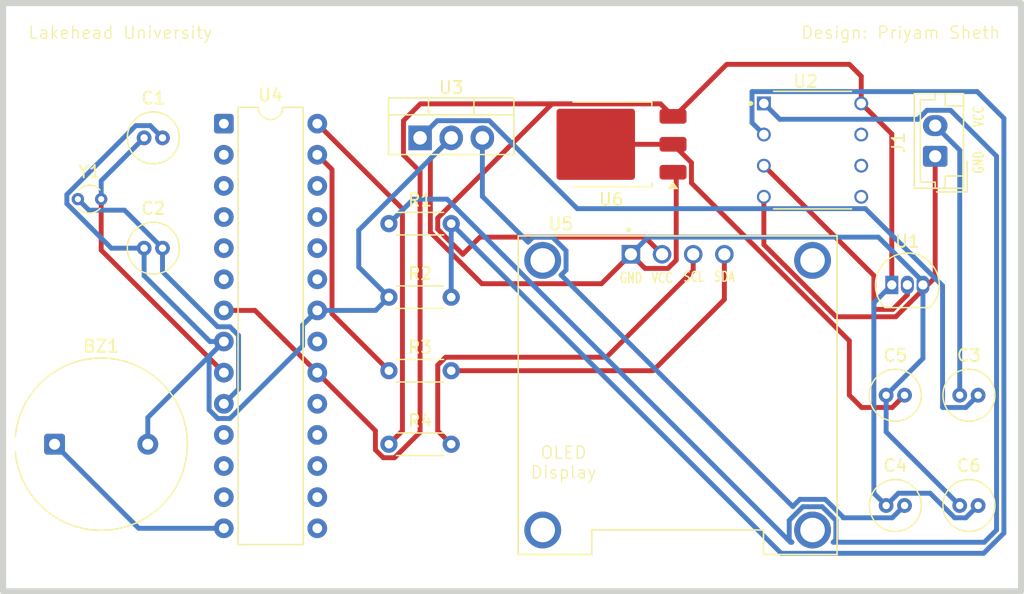
<source format=kicad_pcb>
(kicad_pcb (version 20241229) (generator "pcbnew") (generator_version "9.0")
  (title_block (title "Temperature Sensor Interface PCB") (date "2025-10-22") (rev "1.0.1") (company "Lakehead University"))
  (layers (0 "F.Cu" signal) (2 "B.Cu" signal) (13 "F.Paste" user) (15 "B.Paste" user) (5 "F.SilkS" user "F.Silkscreen") (7 "B.SilkS" user "B.Silkscreen") (1 "F.Mask" user) (3 "B.Mask" user) (25 "Edge.Cuts" user))
  (net 0 "")
  (net 1 "Net-(BZ1-+)")
  (net 2 "GND")
  (net 3 "Net-(U4-XTAL1{slash}PB6)")
  (net 4 "Net-(U4-XTAL2{slash}PB7)")
  (net 5 "Net-(U3-VI)")
  (net 6 "Net-(J1-Pin_2)")
  (net 7 "Net-(U3-VO)")
  (net 8 "Net-(U1-+V_{S})")
  (net 9 "Net-(U6-VO)")
  (net 10 "Net-(R1-Pad1)")
  (net 11 "Net-(R1-Pad2)")
  (net 12 "Net-(U5-SDA)")
  (net 13 "Net-(U4-PC4)")
  (net 14 "Net-(U5-SCL)")
  (net 15 "Net-(U4-PC5)")
  (net 16 "Net-(U1-V_{OUT})")
  (footprint "Resistor_THT:R_Axial_DIN0204_L3.6mm_D1.6mm_P5.08mm_Horizontal" (layer "F.Cu") (at 150.46 99)
    (property "Reference" "R4" (at 2.54 -1.92 0) (layer "F.SilkS"))
    (property "Value" "4.7k")
    (fp_line (start 0.62 -0.92) (end 4.46 -0.92) (stroke (width 0.12)) (layer "F.SilkS"))
    (fp_line (start 0.62 0.92) (end 4.46 0.92) (stroke (width 0.12)) (layer "F.SilkS"))
    (pad "1" thru_hole circle (at 0 0) (size 1.4 1.4) (drill 0.7) (layers "*.Cu" "*.Mask") (net 15 "Net-(U4-PC5)"))
    (pad "2" thru_hole circle (at 5.08 0) (size 1.4 1.4) (drill 0.7) (layers "*.Cu" "*.Mask") (net 14 "Net-(U5-SCL)"))
  )
  (footprint "Package_TO_SOT_THT:TO-220-3_Vertical" (layer "F.Cu") (at 153 74)
    (property "Reference" "U3" (at 2.54 -4.1 0) (layer "F.SilkS"))
    (property "Value" "5V Regulator")
    (fp_line (start -2.57 -3.26) (end 7.65 -3.26) (stroke (width 0.12)) (layer "F.SilkS"))
    (fp_line (start -2.57 -1.88) (end 7.65 -1.88) (stroke (width 0.12)) (layer "F.SilkS"))
    (fp_line (start -2.57 1.36) (end -2.57 -3.26) (stroke (width 0.12)) (layer "F.SilkS"))
    (fp_line (start 0.69 -3.26) (end 0.69 -1.88) (stroke (width 0.12)) (layer "F.SilkS"))
    (fp_line (start 4.39 -3.26) (end 4.39 -1.88) (stroke (width 0.12)) (layer "F.SilkS"))
    (fp_line (start 7.65 -3.26) (end 7.65 1.36) (stroke (width 0.12)) (layer "F.SilkS"))
    (fp_line (start 7.65 1.36) (end -2.57 1.36) (stroke (width 0.12)) (layer "F.SilkS"))
    (pad "1" thru_hole rect (at 0 0) (size 1.905 2) (drill 1.1) (layers "*.Cu" "*.Mask") (net 5 "Net-(U3-VI)"))
    (pad "2" thru_hole oval (at 2.54 0) (size 1.905 2) (drill 1.1) (layers "*.Cu" "*.Mask") (net 2 "GND"))
    (pad "3" thru_hole oval (at 5.08 0) (size 1.905 2) (drill 1.1) (layers "*.Cu" "*.Mask") (net 7 "Net-(U3-VO)"))
  )
  (footprint "Capacitor_THT:C_Radial_D4.0mm_H5.0mm_P1.50mm" (layer "F.Cu") (at 191 95)
    (property "Reference" "C5" (at 0.75 -3.25 0) (layer "F.SilkS"))
    (property "Value" "100uF")
    (fp_circle (center 0.75 0) (end 2.87 0) (stroke (width 0.12)) (fill no) (layer "F.SilkS"))
    (pad "1" thru_hole circle (at 0 0) (size 1.2 1.2) (drill 0.6) (layers "*.Cu" "*.Mask") (net 2 "GND"))
    (pad "2" thru_hole circle (at 1.5 0) (size 1.2 1.2) (drill 0.6) (layers "*.Cu" "*.Mask") (net 9 "Net-(U6-VO)"))
  )
  (footprint "Crystal:Crystal_C26-LF_D2.1mm_L6.5mm_Vertical" (layer "F.Cu") (at 125.1 79)
    (property "Reference" "Y1" (at 0.95 -2.23 0) (layer "F.SilkS"))
    (property "Value" "Crystal")
    (fp_arc (start 0.095 -0.754) (mid 0.95 -1.14) (end 1.805 -0.754) (stroke (width 0.12)) (layer "F.SilkS"))
    (fp_arc (start 1.805 0.754) (mid 0.95 1.14) (end 0.095 0.754) (stroke (width 0.12)) (layer "F.SilkS"))
    (pad "1" thru_hole circle (at 0 0) (size 1 1) (drill 0.5) (layers "*.Cu" "*.Mask") (net 4 "Net-(U4-XTAL2{slash}PB7)"))
    (pad "2" thru_hole circle (at 1.9 0) (size 1 1) (drill 0.5) (layers "*.Cu" "*.Mask") (net 3 "Net-(U4-XTAL1{slash}PB6)"))
  )
  (footprint "Package_DIP:DIP-28_W7.62mm" (layer "F.Cu") (at 137 72.84)
    (property "Reference" "U4" (at 3.81 -2.33 0) (layer "F.SilkS"))
    (property "Value" "ATmega328P-P")
    (fp_line (start 1.16 -1.33) (end 1.16 34.35) (stroke (width 0.12)) (layer "F.SilkS"))
    (fp_line (start 1.16 34.35) (end 6.46 34.35) (stroke (width 0.12)) (layer "F.SilkS"))
    (fp_line (start 2.81 -1.33) (end 1.16 -1.33) (stroke (width 0.12)) (layer "F.SilkS"))
    (fp_line (start 6.46 -1.33) (end 4.81 -1.33) (stroke (width 0.12)) (layer "F.SilkS"))
    (fp_line (start 6.46 34.35) (end 6.46 -1.33) (stroke (width 0.12)) (layer "F.SilkS"))
    (fp_arc (start 4.81 -1.33) (mid 3.81 -0.33) (end 2.81 -1.33) (stroke (width 0.12)) (layer "F.SilkS"))
    (pad "1" thru_hole roundrect (at 0 0) (size 1.6 1.6) (drill 0.8) (layers "*.Cu" "*.Mask") (roundrect_rratio 0.15625))
    (pad "2" thru_hole circle (at 0 2.54) (size 1.6 1.6) (drill 0.8) (layers "*.Cu" "*.Mask"))
    (pad "3" thru_hole circle (at 0 5.08) (size 1.6 1.6) (drill 0.8) (layers "*.Cu" "*.Mask"))
    (pad "4" thru_hole circle (at 0 7.62) (size 1.6 1.6) (drill 0.8) (layers "*.Cu" "*.Mask"))
    (pad "5" thru_hole circle (at 0 10.16) (size 1.6 1.6) (drill 0.8) (layers "*.Cu" "*.Mask"))
    (pad "6" thru_hole circle (at 0 12.7) (size 1.6 1.6) (drill 0.8) (layers "*.Cu" "*.Mask"))
    (pad "7" thru_hole circle (at 0 15.24) (size 1.6 1.6) (drill 0.8) (layers "*.Cu" "*.Mask") (net 8 "Net-(U1-+V_{S})"))
    (pad "8" thru_hole circle (at 0 17.78) (size 1.6 1.6) (drill 0.8) (layers "*.Cu" "*.Mask") (net 2 "GND"))
    (pad "9" thru_hole circle (at 0 20.32) (size 1.6 1.6) (drill 0.8) (layers "*.Cu" "*.Mask") (net 3 "Net-(U4-XTAL1{slash}PB6)"))
    (pad "10" thru_hole circle (at 0 22.86) (size 1.6 1.6) (drill 0.8) (layers "*.Cu" "*.Mask") (net 4 "Net-(U4-XTAL2{slash}PB7)"))
    (pad "11" thru_hole circle (at 0 25.4) (size 1.6 1.6) (drill 0.8) (layers "*.Cu" "*.Mask"))
    (pad "12" thru_hole circle (at 0 27.94) (size 1.6 1.6) (drill 0.8) (layers "*.Cu" "*.Mask"))
    (pad "13" thru_hole circle (at 0 30.48) (size 1.6 1.6) (drill 0.8) (layers "*.Cu" "*.Mask"))
    (pad "14" thru_hole circle (at 0 33.02) (size 1.6 1.6) (drill 0.8) (layers "*.Cu" "*.Mask") (net 1 "Net-(BZ1-+)"))
    (pad "15" thru_hole circle (at 7.62 33.02) (size 1.6 1.6) (drill 0.8) (layers "*.Cu" "*.Mask"))
    (pad "16" thru_hole circle (at 7.62 30.48) (size 1.6 1.6) (drill 0.8) (layers "*.Cu" "*.Mask"))
    (pad "17" thru_hole circle (at 7.62 27.94) (size 1.6 1.6) (drill 0.8) (layers "*.Cu" "*.Mask"))
    (pad "18" thru_hole circle (at 7.62 25.4) (size 1.6 1.6) (drill 0.8) (layers "*.Cu" "*.Mask"))
    (pad "19" thru_hole circle (at 7.62 22.86) (size 1.6 1.6) (drill 0.8) (layers "*.Cu" "*.Mask"))
    (pad "20" thru_hole circle (at 7.62 20.32) (size 1.6 1.6) (drill 0.8) (layers "*.Cu" "*.Mask") (net 8 "Net-(U1-+V_{S})"))
    (pad "21" thru_hole circle (at 7.62 17.78) (size 1.6 1.6) (drill 0.8) (layers "*.Cu" "*.Mask"))
    (pad "22" thru_hole circle (at 7.62 15.24) (size 1.6 1.6) (drill 0.8) (layers "*.Cu" "*.Mask") (net 2 "GND"))
    (pad "23" thru_hole circle (at 7.62 12.7) (size 1.6 1.6) (drill 0.8) (layers "*.Cu" "*.Mask"))
    (pad "24" thru_hole circle (at 7.62 10.16) (size 1.6 1.6) (drill 0.8) (layers "*.Cu" "*.Mask"))
    (pad "25" thru_hole circle (at 7.62 7.62) (size 1.6 1.6) (drill 0.8) (layers "*.Cu" "*.Mask"))
    (pad "26" thru_hole circle (at 7.62 5.08) (size 1.6 1.6) (drill 0.8) (layers "*.Cu" "*.Mask"))
    (pad "27" thru_hole circle (at 7.62 2.54) (size 1.6 1.6) (drill 0.8) (layers "*.Cu" "*.Mask") (net 13 "Net-(U4-PC4)"))
    (pad "28" thru_hole circle (at 7.62 0) (size 1.6 1.6) (drill 0.8) (layers "*.Cu" "*.Mask") (net 15 "Net-(U4-PC5)"))
  )
  (footprint "OLED Display:MODULE_DM-OLED096-636" (layer "F.Cu") (at 174 95)
    (property "Reference" "U5" (at -9.525 -13.97 0) (layer "F.SilkS"))
    (property "Value" "DM-OLED096-636")
    (fp_line (start -13 -13) (end 13 -13) (stroke (width 0.127)) (layer "F.SilkS"))
    (fp_line (start -13 13) (end -13 -13) (stroke (width 0.127)) (layer "F.SilkS"))
    (fp_line (start -7 11) (end -7 13) (stroke (width 0.127)) (layer "F.SilkS"))
    (fp_line (start -7 13) (end -13 13) (stroke (width 0.127)) (layer "F.SilkS"))
    (fp_line (start 7 11) (end -7 11) (stroke (width 0.127)) (layer "F.SilkS"))
    (fp_line (start 7 13) (end 7 11) (stroke (width 0.127)) (layer "F.SilkS"))
    (fp_line (start 13 -13) (end 13 13) (stroke (width 0.127)) (layer "F.SilkS"))
    (fp_line (start 13 13) (end 7 13) (stroke (width 0.127)) (layer "F.SilkS"))
    (fp_circle (center -4 -13.5) (end -3.9 -13.5) (stroke (width 0.2)) (fill no) (layer "F.SilkS"))
    (pad "1" thru_hole rect (at -3.81 -11.5) (size 1.508 1.508) (drill 1) (layers "*.Cu" "*.Mask") (net 2 "GND"))
    (pad "2" thru_hole circle (at -1.27 -11.5) (size 1.508 1.508) (drill 1) (layers "*.Cu" "*.Mask") (net 8 "Net-(U1-+V_{S})"))
    (pad "3" thru_hole circle (at 1.27 -11.5) (size 1.508 1.508) (drill 1) (layers "*.Cu" "*.Mask") (net 14 "Net-(U5-SCL)"))
    (pad "4" thru_hole circle (at 3.81 -11.5) (size 1.508 1.508) (drill 1) (layers "*.Cu" "*.Mask") (net 12 "Net-(U5-SDA)"))
    (pad "S1" thru_hole circle (at -11 -11) (size 3 3) (drill 2) (layers "*.Cu" "*.Mask"))
    (pad "S2" thru_hole circle (at 11 -11) (size 3 3) (drill 2) (layers "*.Cu" "*.Mask"))
    (pad "S3" thru_hole circle (at 11 11) (size 3 3) (drill 2) (layers "*.Cu" "*.Mask"))
    (pad "S4" thru_hole circle (at -11 11) (size 3 3) (drill 2) (layers "*.Cu" "*.Mask"))
  )
  (footprint "Capacitor_THT:C_Radial_D4.0mm_H5.0mm_P1.50mm" (layer "F.Cu") (at 191 104)
    (property "Reference" "C4" (at 0.75 -3.25 0) (layer "F.SilkS"))
    (property "Value" "100uF")
    (fp_circle (center 0.75 0) (end 2.87 0) (stroke (width 0.12)) (fill no) (layer "F.SilkS"))
    (pad "1" thru_hole circle (at 0 0) (size 1.2 1.2) (drill 0.6) (layers "*.Cu" "*.Mask") (net 8 "Net-(U1-+V_{S})"))
    (pad "2" thru_hole circle (at 1.5 0) (size 1.2 1.2) (drill 0.6) (layers "*.Cu" "*.Mask") (net 7 "Net-(U3-VO)"))
  )
  (footprint "Resistor_THT:R_Axial_DIN0204_L3.6mm_D1.6mm_P5.08mm_Horizontal" (layer "F.Cu") (at 150.46 93)
    (property "Reference" "R3" (at 2.54 -1.92 0) (layer "F.SilkS"))
    (property "Value" "4.7k")
    (fp_line (start 0.62 -0.92) (end 4.46 -0.92) (stroke (width 0.12)) (layer "F.SilkS"))
    (fp_line (start 0.62 0.92) (end 4.46 0.92) (stroke (width 0.12)) (layer "F.SilkS"))
    (pad "1" thru_hole circle (at 0 0) (size 1.4 1.4) (drill 0.7) (layers "*.Cu" "*.Mask") (net 13 "Net-(U4-PC4)"))
    (pad "2" thru_hole circle (at 5.08 0) (size 1.4 1.4) (drill 0.7) (layers "*.Cu" "*.Mask") (net 12 "Net-(U5-SDA)"))
  )
  (footprint "Connector_JST:JST_EH_B2B-EH-A_1x02_P2.50mm_Vertical" (layer "F.Cu") (at 195 75.5 90)
    (property "Reference" "J1" (at 1.1 -3 90) (layer "F.SilkS"))
    (property "Value" "9V IN")
    (fp_line (start 5.11 -1.71) (end -2.61 -1.71) (stroke (width 0.12)) (layer "F.SilkS"))
    (fp_line (start -2.61 -1.71) (end -2.61 2.31) (stroke (width 0.12)) (layer "F.SilkS"))
    (fp_line (start 4.61 -1.21) (end 4.61 0) (stroke (width 0.12)) (layer "F.SilkS"))
    (fp_line (start -2.11 -1.21) (end 4.61 -1.21) (stroke (width 0.12)) (layer "F.SilkS"))
    (fp_line (start 4.61 0) (end 5.11 0) (stroke (width 0.12)) (layer "F.SilkS"))
    (fp_line (start -2.11 0) (end -2.11 -1.21) (stroke (width 0.12)) (layer "F.SilkS"))
    (fp_line (start -2.61 0) (end -2.11 0) (stroke (width 0.12)) (layer "F.SilkS"))
    (fp_line (start -2.91 0.11) (end -2.91 2.61) (stroke (width 0.12)) (layer "F.SilkS"))
    (fp_line (start 5.11 0.81) (end 4.11 0.81) (stroke (width 0.12)) (layer "F.SilkS"))
    (fp_line (start 4.11 0.81) (end 4.11 2.31) (stroke (width 0.12)) (layer "F.SilkS"))
    (fp_line (start -1.61 0.81) (end -1.61 2.31) (stroke (width 0.12)) (layer "F.SilkS"))
    (fp_line (start -2.61 0.81) (end -1.61 0.81) (stroke (width 0.12)) (layer "F.SilkS"))
    (fp_line (start 5.11 2.31) (end 5.11 -1.71) (stroke (width 0.12)) (layer "F.SilkS"))
    (fp_line (start -2.61 2.31) (end 5.11 2.31) (stroke (width 0.12)) (layer "F.SilkS"))
    (fp_line (start -2.91 2.61) (end -0.41 2.61) (stroke (width 0.12)) (layer "F.SilkS"))
    (pad "1" thru_hole roundrect (at 0 0 90) (size 1.7 2) (drill 1) (layers "*.Cu" "*.Mask") (roundrect_rratio 0.147059) (net 2 "GND"))
    (pad "2" thru_hole oval (at 2.5 0 90) (size 1.7 2) (drill 1) (layers "*.Cu" "*.Mask") (net 6 "Net-(J1-Pin_2)"))
  )
  (footprint "Package_TO_SOT_THT:TO-92_Inline" (layer "F.Cu") (at 191.46 86)
    (property "Reference" "U1" (at 1.27 -3.56 0) (layer "F.SilkS"))
    (property "Value" "LM35-LP")
    (fp_line (start -0.53 1.85) (end 3.07 1.85) (stroke (width 0.12)) (layer "F.SilkS"))
    (fp_arc (start -0.568478 1.838478) (mid -1.132087 -0.994977) (end 1.27 -2.6) (stroke (width 0.12)) (layer "F.SilkS"))
    (fp_arc (start 1.27 -2.6) (mid 3.672087 -0.994977) (end 3.108478 1.838478) (stroke (width 0.12)) (layer "F.SilkS"))
    (pad "1" thru_hole rect (at 0 0) (size 1.05 1.5) (drill 0.75) (layers "*.Cu" "*.Mask") (net 8 "Net-(U1-+V_{S})"))
    (pad "2" thru_hole oval (at 1.27 0) (size 1.05 1.5) (drill 0.75) (layers "*.Cu" "*.Mask") (net 16 "Net-(U1-V_{OUT})"))
    (pad "3" thru_hole oval (at 2.54 0) (size 1.05 1.5) (drill 0.75) (layers "*.Cu" "*.Mask") (net 2 "GND"))
  )
  (footprint "LM358_THT DIP:DIP794W45P254L959H508Q8" (layer "F.Cu") (at 185 75)
    (property "Reference" "U2" (at -0.565 -5.607 0) (layer "F.SilkS"))
    (property "Value" "LM358P")
    (fp_line (start -3.175 -4.795) (end 3.175 -4.795) (stroke (width 0.127)) (layer "F.SilkS"))
    (fp_line (start -3.175 4.795) (end 3.175 4.795) (stroke (width 0.127)) (layer "F.SilkS"))
    (fp_circle (center -5.035 -3.81) (end -4.935 -3.81) (stroke (width 0.2)) (fill no) (layer "F.SilkS"))
    (pad "1" thru_hole rect (at -3.97 -3.81) (size 1.13 1.13) (drill 0.78) (layers "*.Cu" "*.Mask") (net 10 "Net-(R1-Pad1)"))
    (pad "2" thru_hole circle (at -3.97 -1.27) (size 1.13 1.13) (drill 0.78) (layers "*.Cu" "*.Mask") (net 11 "Net-(R1-Pad2)"))
    (pad "3" thru_hole circle (at -3.97 1.27) (size 1.13 1.13) (drill 0.78) (layers "*.Cu" "*.Mask") (net 16 "Net-(U1-V_{OUT})"))
    (pad "4" thru_hole circle (at -3.97 3.81) (size 1.13 1.13) (drill 0.78) (layers "*.Cu" "*.Mask") (net 2 "GND"))
    (pad "5" thru_hole circle (at 3.97 3.81) (size 1.13 1.13) (drill 0.78) (layers "*.Cu" "*.Mask"))
    (pad "6" thru_hole circle (at 3.97 1.27) (size 1.13 1.13) (drill 0.78) (layers "*.Cu" "*.Mask"))
    (pad "7" thru_hole circle (at 3.97 -1.27) (size 1.13 1.13) (drill 0.78) (layers "*.Cu" "*.Mask"))
    (pad "8" thru_hole circle (at 3.97 -3.81) (size 1.13 1.13) (drill 0.78) (layers "*.Cu" "*.Mask") (net 8 "Net-(U1-+V_{S})"))
  )
  (footprint "Capacitor_THT:C_Radial_D4.0mm_H5.0mm_P1.50mm" (layer "F.Cu") (at 197 95)
    (property "Reference" "C3" (at 0.75 -3.25 0) (layer "F.SilkS"))
    (property "Value" "100uF")
    (fp_circle (center 0.75 0) (end 2.87 0) (stroke (width 0.12)) (fill no) (layer "F.SilkS"))
    (pad "1" thru_hole circle (at 0 0) (size 1.2 1.2) (drill 0.6) (layers "*.Cu" "*.Mask") (net 6 "Net-(J1-Pin_2)"))
    (pad "2" thru_hole circle (at 1.5 0) (size 1.2 1.2) (drill 0.6) (layers "*.Cu" "*.Mask") (net 5 "Net-(U3-VI)"))
  )
  (footprint "Capacitor_THT:C_Radial_D4.0mm_H5.0mm_P1.50mm" (layer "F.Cu") (at 130.5 74)
    (property "Reference" "C1" (at 0.75 -3.25 0) (layer "F.SilkS"))
    (property "Value" "22pF")
    (fp_circle (center 0.75 0) (end 2.87 0) (stroke (width 0.12)) (fill no) (layer "F.SilkS"))
    (pad "1" thru_hole circle (at 0 0) (size 1.2 1.2) (drill 0.6) (layers "*.Cu" "*.Mask") (net 3 "Net-(U4-XTAL1{slash}PB6)"))
    (pad "2" thru_hole circle (at 1.5 0) (size 1.2 1.2) (drill 0.6) (layers "*.Cu" "*.Mask") (net 2 "GND"))
  )
  (footprint "Buzzer_Beeper:Indicator_PUI_AI-1440-TWT-24V-2-R" (layer "F.Cu") (at 123.2 99)
    (property "Reference" "BZ1" (at 3.8 -8 0) (layer "F.SilkS"))
    (property "Value" "Buzzer")
    (fp_arc (start -3.2 -0.615) (mid 10.826964 0.00257) (end -3.200448 0.60988) (stroke (width 0.12)) (layer "F.SilkS"))
    (pad "1" thru_hole roundrect (at 0 0) (size 1.7 1.7) (drill 0.9) (layers "*.Cu" "*.Mask") (roundrect_rratio 0.147) (net 1 "Net-(BZ1-+)"))
    (pad "2" thru_hole circle (at 7.6 0) (size 1.7 1.7) (drill 0.9) (layers "*.Cu" "*.Mask") (net 2 "GND"))
  )
  (footprint "Resistor_THT:R_Axial_DIN0204_L3.6mm_D1.6mm_P5.08mm_Horizontal" (layer "F.Cu") (at 150.46 81)
    (property "Reference" "R1" (at 2.54 -1.92 0) (layer "F.SilkS"))
    (property "Value" "10k")
    (fp_line (start 0.62 -0.92) (end 4.46 -0.92) (stroke (width 0.12)) (layer "F.SilkS"))
    (fp_line (start 0.62 0.92) (end 4.46 0.92) (stroke (width 0.12)) (layer "F.SilkS"))
    (pad "1" thru_hole circle (at 0 0) (size 1.4 1.4) (drill 0.7) (layers "*.Cu" "*.Mask") (net 10 "Net-(R1-Pad1)"))
    (pad "2" thru_hole circle (at 5.08 0) (size 1.4 1.4) (drill 0.7) (layers "*.Cu" "*.Mask") (net 11 "Net-(R1-Pad2)"))
  )
  (footprint "Capacitor_THT:C_Radial_D4.0mm_H5.0mm_P1.50mm" (layer "F.Cu") (at 197 104)
    (property "Reference" "C6" (at 0.75 -3.25 0) (layer "F.SilkS"))
    (property "Value" "100uF")
    (fp_circle (center 0.75 0) (end 2.87 0) (stroke (width 0.12)) (fill no) (layer "F.SilkS"))
    (pad "1" thru_hole circle (at 0 0) (size 1.2 1.2) (drill 0.6) (layers "*.Cu" "*.Mask") (net 2 "GND"))
    (pad "2" thru_hole circle (at 1.5 0) (size 1.2 1.2) (drill 0.6) (layers "*.Cu" "*.Mask") (net 8 "Net-(U1-+V_{S})"))
  )
  (footprint "Package_TO_SOT_SMD:TO-252-3_TabPin2" (layer "F.Cu") (at 168.585 74.525 180)
    (property "Reference" "U6" (at 0 -4.5 0) (layer "F.SilkS"))
    (property "Value" "3.3 V Regulator")
    (fp_line (start 3.11 3.45) (end -3.31 3.45) (stroke (width 0.12)) (layer "F.SilkS"))
    (fp_line (start 3.11 -3.45) (end -3.31 -3.45) (stroke (width 0.12)) (layer "F.SilkS"))
    (fp_line (start -3.31 3.45) (end -3.31 3.18) (stroke (width 0.12)) (layer "F.SilkS"))
    (fp_line (start -3.31 -3.45) (end -3.31 -3.18) (stroke (width 0.12)) (layer "F.SilkS"))
    (fp_poly (pts (xy -5.04 -3.14) (xy -5.38 -3.61) (xy -4.7 -3.61)) (stroke (width 0.12)) (fill yes) (layer "F.SilkS"))
    (pad "1" smd roundrect (at -5.04 -2.28 180) (size 2.2 1.2) (layers "F.Cu" "F.Mask" "F.Paste") (roundrect_rratio 0.208333) (net 2 "GND"))
    (pad "2" smd roundrect (at -5.04 0 180) (size 2.2 1.2) (layers "F.Cu" "F.Mask" "F.Paste") (roundrect_rratio 0.208333) (net 9 "Net-(U6-VO)"))
    (pad "2" smd roundrect (at 1.26 0 180) (size 6.4 5.8) (layers "F.Cu" "F.Mask") (roundrect_rratio 0.043103) (net 9 "Net-(U6-VO)"))
    (pad "3" smd roundrect (at -5.04 2.28 180) (size 2.2 1.2) (layers "F.Cu" "F.Mask" "F.Paste") (roundrect_rratio 0.208333) (net 8 "Net-(U1-+V_{S})"))
  )
  (footprint "Resistor_THT:R_Axial_DIN0204_L3.6mm_D1.6mm_P5.08mm_Horizontal" (layer "F.Cu") (at 150.46 87)
    (property "Reference" "R2" (at 2.54 -1.92 0) (layer "F.SilkS"))
    (property "Value" "10k")
    (fp_line (start 0.62 -0.92) (end 4.46 -0.92) (stroke (width 0.12)) (layer "F.SilkS"))
    (fp_line (start 0.62 0.92) (end 4.46 0.92) (stroke (width 0.12)) (layer "F.SilkS"))
    (pad "1" thru_hole circle (at 0 0) (size 1.4 1.4) (drill 0.7) (layers "*.Cu" "*.Mask") (net 2 "GND"))
    (pad "2" thru_hole circle (at 5.08 0) (size 1.4 1.4) (drill 0.7) (layers "*.Cu" "*.Mask") (net 11 "Net-(R1-Pad2)"))
  )
  (footprint "Capacitor_THT:C_Radial_D4.0mm_H5.0mm_P1.50mm" (layer "F.Cu") (at 130.5 83)
    (property "Reference" "C2" (at 0.75 -3.25 0) (layer "F.SilkS"))
    (property "Value" "22pF")
    (fp_circle (center 0.75 0) (end 2.87 0) (stroke (width 0.12)) (fill no) (layer "F.SilkS"))
    (pad "1" thru_hole circle (at 0 0) (size 1.2 1.2) (drill 0.6) (layers "*.Cu" "*.Mask") (net 2 "GND"))
    (pad "2" thru_hole circle (at 1.5 0) (size 1.2 1.2) (drill 0.6) (layers "*.Cu" "*.Mask") (net 4 "Net-(U4-XTAL2{slash}PB7)"))
  )
  (gr_rect (start 119 63) (end 202 111) (stroke (width 0.5)) (fill no) (layer "Edge.Cuts"))
  (gr_text "GND" (at 199 77 90) (layer "F.SilkS") (effects (font (size 0.8 0.6) (thickness 0.12) (bold yes)) (justify left bottom)))
  (gr_text "GND" (at 169.2 85.9 0) (layer "F.SilkS") (effects (font (size 0.8 0.6) (thickness 0.12) (bold yes)) (justify left bottom)))
  (gr_text "Lakehead University" (at 121 66 0) (layer "F.SilkS") (effects (font (size 1 1) (thickness 0.1)) (justify left bottom)))
  (gr_text "SCL" (at 174.4 85.8 0) (layer "F.SilkS") (effects (font (size 0.8 0.6) (thickness 0.12) (bold yes)) (justify left bottom)))
  (gr_text "SDA" (at 176.9 85.8 0) (layer "F.SilkS") (effects (font (size 0.8 0.6) (thickness 0.12) (bold yes)) (justify left bottom)))
  (gr_text "OLED\nDisplay" (at 164.7 101.88 0) (layer "F.SilkS") (effects (font (size 1 1) (thickness 0.1)) (justify bottom)))
  (gr_text "VCC" (at 171.8 85.9 0) (layer "F.SilkS") (effects (font (size 0.8 0.6) (thickness 0.12) (bold yes)) (justify left bottom)))
  (gr_text "VCC" (at 199 73.2 90) (layer "F.SilkS") (effects (font (size 0.8 0.6) (thickness 0.12) (bold yes)) (justify left bottom)))
  (gr_text "Design: Priyam Sheth" (at 184 66 0) (layer "F.SilkS") (effects (font (size 1 1) (thickness 0.1)) (justify left bottom)))
  (segment (start 130.06 105.86) (end 137 105.86) (width 0.4) (layer "B.Cu") (net 1))
  (segment (start 123.2 99) (end 130.06 105.86) (width 0.4) (layer "B.Cu") (net 1))
  (segment (start 167.789 85.901) (end 170.19 83.5) (width 0.4) (layer "F.Cu") (net 2))
  (segment (start 173.885 77.065) (end 173.885 83.978417) (width 0.4) (layer "F.Cu") (net 2))
  (segment (start 186.91258 88.601) (end 181.03 82.71842) (width 0.4) (layer "F.Cu") (net 2))
  (segment (start 153.838 75.702) (end 153.838 81.704992) (width 0.4) (layer "F.Cu") (net 2))
  (segment (start 173.625 76.805) (end 173.885 77.065) (width 0.4) (layer "F.Cu") (net 2))
  (segment (start 173.208417 84.655) (end 171.345 84.655) (width 0.4) (layer "F.Cu") (net 2))
  (segment (start 195 85.386942) (end 191.785942 88.601) (width 0.4) (layer "F.Cu") (net 2))
  (segment (start 155.54 74) (end 153.838 75.702) (width 0.4) (layer "F.Cu") (net 2))
  (segment (start 195 75.5) (end 195 85.386942) (width 0.4) (layer "F.Cu") (net 2))
  (segment (start 191.785942 88.601) (end 186.91258 88.601) (width 0.4) (layer "F.Cu") (net 2))
  (segment (start 171.345 84.655) (end 170.19 83.5) (width 0.4) (layer "F.Cu") (net 2))
  (segment (start 153.838 81.704992) (end 158.034008 85.901) (width 0.4) (layer "F.Cu") (net 2))
  (segment (start 158.034008 85.901) (end 167.789 85.901) (width 0.4) (layer "F.Cu") (net 2))
  (segment (start 173.885 83.978417) (end 173.208417 84.655) (width 0.4) (layer "F.Cu") (net 2))
  (segment (start 181.03 82.71842) (end 181.03 78.81) (width 0.4) (layer "F.Cu") (net 2))
  (segment (start 144.62 88.08) (end 149.38 88.08) (width 0.4) (layer "B.Cu") (net 2))
  (segment (start 130.8 99) (end 130.8 96.82) (width 0.4) (layer "B.Cu") (net 2))
  (segment (start 135.86863 90.62) (end 137 90.62) (width 0.4) (layer "B.Cu") (net 2))
  (segment (start 135.799 91.821) (end 135.799 96.197471) (width 0.4) (layer "B.Cu") (net 2))
  (segment (start 127.825793 83) (end 124.199 79.373207) (width 0.4) (layer "B.Cu") (net 2))
  (segment (start 136.502529 96.901) (end 137.497471 96.901) (width 0.4) (layer "B.Cu") (net 2))
  (segment (start 149.38 88.08) (end 150.46 87) (width 0.4) (layer "B.Cu") (net 2))
  (segment (start 155.54 74) (end 148 81.54) (width 0.4) (layer "B.Cu") (net 2))
  (segment (start 143.419 89.281) (end 144.62 88.08) (width 0.4) (layer "B.Cu") (net 2))
  (segment (start 135.799 96.197471) (end 136.502529 96.901) (width 0.4) (layer "B.Cu") (net 2))
  (segment (start 124.199 78.626793) (end 129.826793 72.999) (width 0.4) (layer "B.Cu") (net 2))
  (segment (start 194 85.735438) (end 194 86) (width 0.4) (layer "B.Cu") (net 2))
  (segment (start 190.363562 82.099) (end 194 85.735438) (width 0.4) (layer "B.Cu") (net 2))
  (segment (start 137.497471 96.901) (end 143.419 90.979471) (width 0.4) (layer "B.Cu") (net 2))
  (segment (start 170.19 83.5) (end 171.591 82.099) (width 0.4) (layer "B.Cu") (net 2))
  (segment (start 191 98) (end 197 104) (width 0.4) (layer "B.Cu") (net 2))
  (segment (start 171.591 82.099) (end 190.363562 82.099) (width 0.4) (layer "B.Cu") (net 2))
  (segment (start 194 92) (end 194 86) (width 0.4) (layer "B.Cu") (net 2))
  (segment (start 130.5 85.25137) (end 135.86863 90.62) (width 0.4) (layer "B.Cu") (net 2))
  (segment (start 148 84.54) (end 150.46 87) (width 0.4) (layer "B.Cu") (net 2))
  (segment (start 191 95) (end 191 98) (width 0.4) (layer "B.Cu") (net 2))
  (segment (start 130.5 83) (end 130.5 85.25137) (width 0.4) (layer "B.Cu") (net 2))
  (segment (start 130.999 72.999) (end 132 74) (width 0.4) (layer "B.Cu") (net 2))
  (segment (start 143.419 90.979471) (end 143.419 89.281) (width 0.4) (layer "B.Cu") (net 2))
  (segment (start 129.826793 72.999) (end 130.999 72.999) (width 0.4) (layer "B.Cu") (net 2))
  (segment (start 130.8 96.82) (end 137 90.62) (width 0.4) (layer "B.Cu") (net 2))
  (segment (start 130.5 83) (end 127.825793 83) (width 0.4) (layer "B.Cu") (net 2))
  (segment (start 124.199 79.373207) (end 124.199 78.626793) (width 0.4) (layer "B.Cu") (net 2))
  (segment (start 191 95) (end 194 92) (width 0.4) (layer "B.Cu") (net 2))
  (segment (start 137 90.62) (end 135.799 91.821) (width 0.4) (layer "B.Cu") (net 2))
  (segment (start 148 81.54) (end 148 84.54) (width 0.4) (layer "B.Cu") (net 2))
  (segment (start 127 83.16) (end 127 79) (width 0.4) (layer "F.Cu") (net 3))
  (segment (start 137 93.16) (end 127 83.16) (width 0.4) (layer "F.Cu") (net 3))
  (segment (start 127 77.5) (end 130.5 74) (width 0.4) (layer "B.Cu") (net 3))
  (segment (start 127 79) (end 127 77.5) (width 0.4) (layer "B.Cu") (net 3))
  (segment (start 132 83) (end 132 84.916471) (width 0.4) (layer "B.Cu") (net 4))
  (segment (start 137.497471 89.419) (end 138.201 90.122529) (width 0.4) (layer "B.Cu") (net 4))
  (segment (start 128.901 79.901) (end 132 83) (width 0.4) (layer "B.Cu") (net 4))
  (segment (start 138.201 94.499) (end 137 95.7) (width 0.4) (layer "B.Cu") (net 4))
  (segment (start 132 84.916471) (end 136.502529 89.419) (width 0.4) (layer "B.Cu") (net 4))
  (segment (start 125.1 79) (end 126.001 79.901) (width 0.4) (layer "B.Cu") (net 4))
  (segment (start 136.502529 89.419) (end 137.497471 89.419) (width 0.4) (layer "B.Cu") (net 4))
  (segment (start 126.001 79.901) (end 128.901 79.901) (width 0.4) (layer "B.Cu") (net 4))
  (segment (start 138.201 90.122529) (end 138.201 94.499) (width 0.4) (layer "B.Cu") (net 4))
  (segment (start 189.310562 79.776) (end 165.817638 79.776) (width 0.4) (layer "B.Cu") (net 5))
  (segment (start 197.499 96.001) (end 195.601 96.001) (width 0.4) (layer "B.Cu") (net 5))
  (segment (start 154.401 72.599) (end 153 74) (width 0.4) (layer "B.Cu") (net 5))
  (segment (start 195.601 96.001) (end 195.601 86.066438) (width 0.4) (layer "B.Cu") (net 5))
  (segment (start 198.5 95) (end 197.499 96.001) (width 0.4) (layer "B.Cu") (net 5))
  (segment (start 195.601 86.066438) (end 189.310562 79.776) (width 0.4) (layer "B.Cu") (net 5))
  (segment (start 158.640638 72.599) (end 154.401 72.599) (width 0.4) (layer "B.Cu") (net 5))
  (segment (start 165.817638 79.776) (end 158.640638 72.599) (width 0.4) (layer "B.Cu") (net 5))
  (segment (start 197 95) (end 197 75) (width 0.4) (layer "B.Cu") (net 6))
  (segment (start 197 75) (end 195 73) (width 0.4) (layer "B.Cu") (net 6))
  (segment (start 162.21258 82.099) (end 161.80579 82.50579) (width 0.4) (layer "B.Cu") (net 7))
  (segment (start 183.380819 104.080819) (end 164.49421 85.19421) (width 0.4) (layer "B.Cu") (net 7))
  (segment (start 187.502 105.001) (end 187.502 104.963638) (width 0.4) (layer "B.Cu") (net 7))
  (segment (start 183.963638 103.498) (end 183.380819 104.080819) (width 0.4) (layer "B.Cu") (net 7))
  (segment (start 163.78742 82.099) (end 162.21258 82.099) (width 0.4) (layer "B.Cu") (net 7))
  (segment (start 164.49421 85.19421) (end 164.901 84.78742) (width 0.4) (layer "B.Cu") (net 7))
  (segment (start 186.036362 103.498) (end 183.963638 103.498) (width 0.4) (layer "B.Cu") (net 7))
  (segment (start 161.80579 82.50579) (end 158.08 78.78) (width 0.4) (layer "B.Cu") (net 7))
  (segment (start 187.502 104.963638) (end 186.036362 103.498) (width 0.4) (layer "B.Cu") (net 7))
  (segment (start 192.5 104) (end 191.499 105.001) (width 0.4) (layer "B.Cu") (net 7))
  (segment (start 191.499 105.001) (end 187.502 105.001) (width 0.4) (layer "B.Cu") (net 7))
  (segment (start 164.901 83.21258) (end 163.78742 82.099) (width 0.4) (layer "B.Cu") (net 7))
  (segment (start 158.08 78.78) (end 158.08 74) (width 0.4) (layer "B.Cu") (net 7))
  (segment (start 164.901 84.78742) (end 164.901 83.21258) (width 0.4) (layer "B.Cu") (net 7))
  (segment (start 191.46 86) (end 191.46 73.68) (width 0.4) (layer "F.Cu") (net 8))
  (segment (start 173.625 72.245) (end 173.755 72.245) (width 0.4) (layer "F.Cu") (net 8))
  (segment (start 163.75895 71.224) (end 154.439 80.54395) (width 0.4) (layer "F.Cu") (net 8))
  (segment (start 154.439 80.54395) (end 154.439 81.45605) (width 0.4) (layer "F.Cu") (net 8))
  (segment (start 150.91605 100.101) (end 153 98.01705) (width 0.4) (layer "F.Cu") (net 8))
  (segment (start 149.359 99.45605) (end 150.00395 100.101) (width 0.4) (layer "F.Cu") (net 8))
  (segment (start 149.359 97.899) (end 149.359 99.45605) (width 0.4) (layer "F.Cu") (net 8))
  (segment (start 171.329 82.099) (end 172.73 83.5) (width 0.4) (layer "F.Cu") (net 8))
  (segment (start 173.755 72.245) (end 178 68) (width 0.4) (layer "F.Cu") (net 8))
  (segment (start 137 88.08) (end 139.54 88.08) (width 0.4) (layer "F.Cu") (net 8))
  (segment (start 172.604 71.224) (end 164 71.224) (width 0.4) (layer "F.Cu") (net 8))
  (segment (start 157.88395 82.099) (end 171.329 82.099) (width 0.4) (layer "F.Cu") (net 8))
  (segment (start 144.62 93.16) (end 149.359 97.899) (width 0.4) (layer "F.Cu") (net 8))
  (segment (start 150.00395 100.101) (end 150.91605 100.101) (width 0.4) (layer "F.Cu") (net 8))
  (segment (start 153 76.7545) (end 151.6465 75.401) (width 0.4) (layer "F.Cu") (net 8))
  (segment (start 191.46 73.68) (end 188.97 71.19) (width 0.4) (layer "F.Cu") (net 8))
  (segment (start 188 68) (end 188.97 68.97) (width 0.4) (layer "F.Cu") (net 8))
  (segment (start 139.54 88.08) (end 144.62 93.16) (width 0.4) (layer "F.Cu") (net 8))
  (segment (start 173.625 72.245) (end 172.604 71.224) (width 0.4) (layer "F.Cu") (net 8))
  (segment (start 156.48295 83.5) (end 157.88395 82.099) (width 0.4) (layer "F.Cu") (net 8))
  (segment (start 153.0215 71.224) (end 164 71.224) (width 0.4) (layer "F.Cu") (net 8))
  (segment (start 178 68) (end 188 68) (width 0.4) (layer "F.Cu") (net 8))
  (segment (start 164 71.224) (end 163.75895 71.224) (width 0.4) (layer "F.Cu") (net 8))
  (segment (start 153 98.01705) (end 153 76.7545) (width 0.4) (layer "F.Cu") (net 8))
  (segment (start 151.6465 75.401) (end 151.6465 72.599) (width 0.4) (layer "F.Cu") (net 8))
  (segment (start 188.97 68.97) (end 188.97 71.19) (width 0.4) (layer "F.Cu") (net 8))
  (segment (start 154.439 81.45605) (end 156.48295 83.5) (width 0.4) (layer "F.Cu") (net 8))
  (segment (start 151.6465 72.599) (end 153.0215 71.224) (width 0.4) (layer "F.Cu") (net 8))
  (segment (start 192.001 102.999) (end 194.583372 102.999) (width 0.4) (layer "B.Cu") (net 8))
  (segment (start 189.999 102.999) (end 189.999 87.461) (width 0.4) (layer "B.Cu") (net 8))
  (segment (start 197.499 105.001) (end 198.5 104) (width 0.4) (layer "B.Cu") (net 8))
  (segment (start 191 104) (end 192.001 102.999) (width 0.4) (layer "B.Cu") (net 8))
  (segment (start 189.999 87.461) (end 191.46 86) (width 0.4) (layer "B.Cu") (net 8))
  (segment (start 196.585372 105.001) (end 197.499 105.001) (width 0.4) (layer "B.Cu") (net 8))
  (segment (start 191 104) (end 189.999 102.999) (width 0.4) (layer "B.Cu") (net 8))
  (segment (start 194.583372 102.999) (end 196.585372 105.001) (width 0.4) (layer "B.Cu") (net 8))
  (segment (start 192.5 95) (end 191.5 96) (width 0.4) (layer "F.Cu") (net 9))
  (segment (start 173.625 74.525) (end 167.325 74.525) (width 0.4) (layer "F.Cu") (net 9))
  (segment (start 188 95) (end 188 90.55758) (width 0.4) (layer "F.Cu") (net 9))
  (segment (start 175.126 77.68358) (end 175.126 76.026) (width 0.4) (layer "F.Cu") (net 9))
  (segment (start 191.5 96) (end 189 96) (width 0.4) (layer "F.Cu") (net 9))
  (segment (start 189 96) (end 188 95) (width 0.4) (layer "F.Cu") (net 9))
  (segment (start 175.126 76.026) (end 173.625 74.525) (width 0.4) (layer "F.Cu") (net 9))
  (segment (start 188 90.55758) (end 175.126 77.68358) (width 0.4) (layer "F.Cu") (net 9))
  (segment (start 152.46 79) (end 150.46 81) (width 0.4) (layer "B.Cu") (net 10))
  (segment (start 196.249 71.749) (end 200 75.5) (width 0.4) (layer "B.Cu") (net 10))
  (segment (start 199 107) (end 186.68842 107) (width 0.4) (layer "B.Cu") (net 10))
  (segment (start 182.321819 72.481819) (end 193.599 72.481819) (width 0.4) (layer "B.Cu") (net 10))
  (segment (start 183.31158 107) (end 183.2 107) (width 0.4) (layer "B.Cu") (net 10))
  (segment (start 184.21258 104.099) (end 183.099 105.21258) (width 0.4) (layer "B.Cu") (net 10))
  (segment (start 183.2 107) (end 155.2 79) (width 0.4) (layer "B.Cu") (net 10))
  (segment (start 183.099 105.21258) (end 183.099 106.78742) (width 0.4) (layer "B.Cu") (net 10))
  (segment (start 193.599 72.481819) (end 194.331819 71.749) (width 0.4) (layer "B.Cu") (net 10))
  (segment (start 186.901 106.78742) (end 186.901 105.21258) (width 0.4) (layer "B.Cu") (net 10))
  (segment (start 194.331819 71.749) (end 196.249 71.749) (width 0.4) (layer "B.Cu") (net 10))
  (segment (start 183.099 106.78742) (end 183.31158 107) (width 0.4) (layer "B.Cu") (net 10))
  (segment (start 200 106) (end 199 107) (width 0.4) (layer "B.Cu") (net 10))
  (segment (start 200 75.5) (end 200 106) (width 0.4) (layer "B.Cu") (net 10))
  (segment (start 186.901 105.21258) (end 185.78742 104.099) (width 0.4) (layer "B.Cu") (net 10))
  (segment (start 186.68842 107) (end 186.901 106.78742) (width 0.4) (layer "B.Cu") (net 10))
  (segment (start 185.78742 104.099) (end 184.21258 104.099) (width 0.4) (layer "B.Cu") (net 10))
  (segment (start 155.2 79) (end 152.46 79) (width 0.4) (layer "B.Cu") (net 10))
  (segment (start 181.03 71.19) (end 182.321819 72.481819) (width 0.4) (layer "B.Cu") (net 10))
  (segment (start 180.064 72.764) (end 181.03 73.73) (width 0.4) (layer "B.Cu") (net 11))
  (segment (start 198.948942 107.901) (end 200.601 106.248942) (width 0.4) (layer "B.Cu") (net 11))
  (segment (start 200.601 106.248942) (end 200.601 72.401) (width 0.4) (layer "B.Cu") (net 11))
  (segment (start 180.064 70.224) (end 180.064 72.764) (width 0.4) (layer "B.Cu") (net 11))
  (segment (start 155.54 81) (end 182.441 107.901) (width 0.4) (layer "B.Cu") (net 11))
  (segment (start 182.441 107.901) (end 198.948942 107.901) (width 0.4) (layer "B.Cu") (net 11))
  (segment (start 200.601 72.401) (end 198.424 70.224) (width 0.4) (layer "B.Cu") (net 11))
  (segment (start 155.54 81) (end 155.54 87) (width 0.4) (layer "B.Cu") (net 11))
  (segment (start 198.424 70.224) (end 180.064 70.224) (width 0.4) (layer "B.Cu") (net 11))
  (segment (start 177.81 87.19) (end 172 93) (width 0.4) (layer "F.Cu") (net 12))
  (segment (start 172 93) (end 155.54 93) (width 0.4) (layer "F.Cu") (net 12))
  (segment (start 177.81 83.5) (end 177.81 87.19) (width 0.4) (layer "F.Cu") (net 12))
  (segment (start 150.46 93) (end 145.821 88.361) (width 0.4) (layer "F.Cu") (net 13))
  (segment (start 145.821 76.581) (end 144.62 75.38) (width 0.4) (layer "F.Cu") (net 13))
  (segment (start 145.821 88.361) (end 145.821 76.581) (width 0.4) (layer "F.Cu") (net 13))
  (segment (start 168.201 91.899) (end 155.08395 91.899) (width 0.4) (layer "F.Cu") (net 14))
  (segment (start 155.08395 91.899) (end 154.439 92.54395) (width 0.4) (layer "F.Cu") (net 14))
  (segment (start 154.439 97.899) (end 155.54 99) (width 0.4) (layer "F.Cu") (net 14))
  (segment (start 175.27 83.5) (end 175.27 84.83) (width 0.4) (layer "F.Cu") (net 14))
  (segment (start 175.27 84.83) (end 168.201 91.899) (width 0.4) (layer "F.Cu") (net 14))
  (segment (start 154.439 92.54395) (end 154.439 97.899) (width 0.4) (layer "F.Cu") (net 14))
  (segment (start 150.46 99) (end 151.561 97.899) (width 0.4) (layer "F.Cu") (net 15))
  (segment (start 151.561 79.781) (end 144.62 72.84) (width 0.4) (layer "F.Cu") (net 15))
  (segment (start 151.561 97.899) (end 151.561 79.781) (width 0.4) (layer "F.Cu") (net 15))
  (segment (start 191.537 88) (end 190 88) (width 0.4) (layer "F.Cu") (net 16))
  (segment (start 192.73 86) (end 192.73 86.807) (width 0.4) (layer "F.Cu") (net 16))
  (segment (start 192.73 86.807) (end 191.537 88) (width 0.4) (layer "F.Cu") (net 16))
  (segment (start 190 85.24) (end 181.03 76.27) (width 0.4) (layer "F.Cu") (net 16))
  (segment (start 190 88) (end 190 85.24) (width 0.4) (layer "F.Cu") (net 16))
)
</source>
